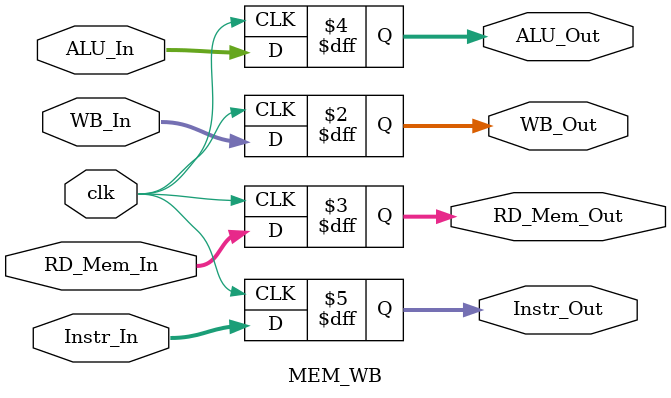
<source format=v>
`timescale 1ns / 1ps

module MEM_WB(clk, WB_In, RD_Mem_In, ALU_In, Instr_In, WB_Out, RD_Mem_Out, ALU_Out, Instr_Out);

input clk;
input [1:0] WB_In;
input [31:0] RD_Mem_In;
input [31:0] ALU_In;
input [4:0] Instr_In;

output reg [1:0] WB_Out;
output reg [31:0] RD_Mem_Out;
output reg [31:0] ALU_Out;
output reg [4:0] Instr_Out;

always @(posedge clk) begin
	WB_Out = WB_In;
	RD_Mem_Out = RD_Mem_In;
	ALU_Out = ALU_In;
	Instr_Out = Instr_In;
end
endmodule
</source>
